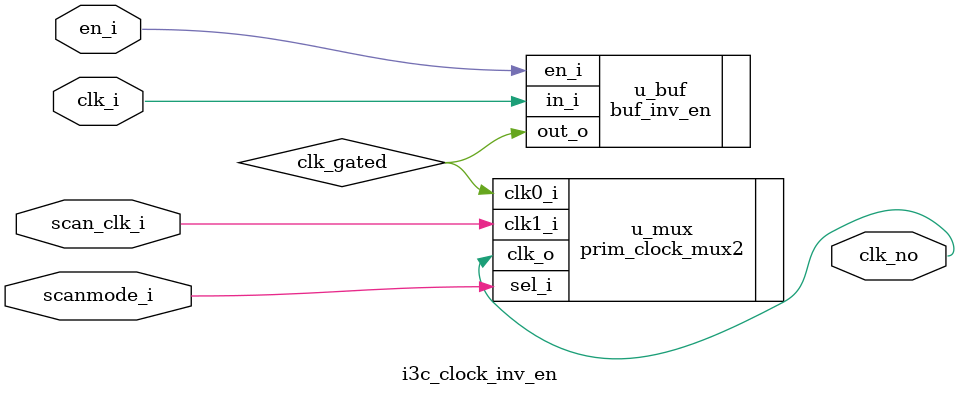
<source format=sv>


module i3c_clock_inv_en #(
  parameter bit OutDisabled = 1'b0,  // output state when disabled.
  parameter bit NoFpgaBufG  = 1'b0   // only used in FPGA case
) (
  input   en_i,
  input   clk_i,
  input   scanmode_i,
  input   scan_clk_i,
  output  clk_no
);

  // Gated, inverted input clock.
  logic clk_gated;
  buf_inv_en #(
    .Width        (1),
    .OutDisabled  (OutDisabled)
  ) u_buf (
    .en_i   (en_i),
    .in_i   (clk_i),
    .out_o  (clk_gated)
  );

  // Scan chain clocking.
  prim_clock_mux2 #(
    .NoFpgaBufG (NoFpgaBufG)
  ) u_mux (
    .clk0_i (clk_gated),
    .clk1_i (scan_clk_i),
    .sel_i  (scanmode_i),
    .clk_o  (clk_no)
  );

endmodule

</source>
